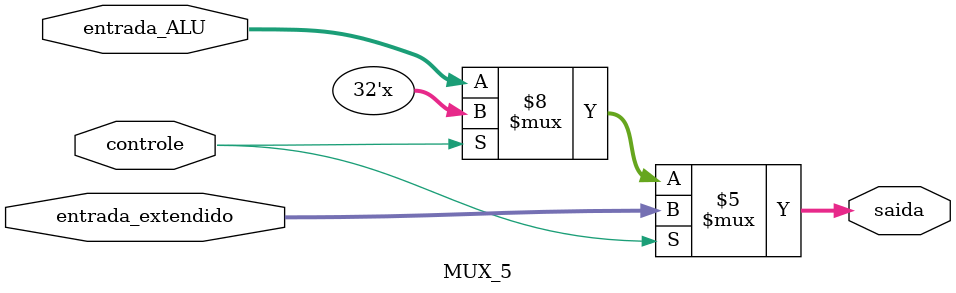
<source format=v>
module MUX_5 (entrada_ALU, entrada_extendido, saida, controle /*LW ou SW*/);

	// input
	input [31:0] entrada_ALU;
	input [31:0] entrada_extendido;
	input controle;
	
	// output 
	output reg [31:0] saida;
	
	always @ (*) begin
		
		if(controle == 0) begin
			
			saida = entrada_ALU;
		end
		
		if(controle == 1) begin
			
			saida = entrada_extendido;
		end
	end
endmodule 
</source>
